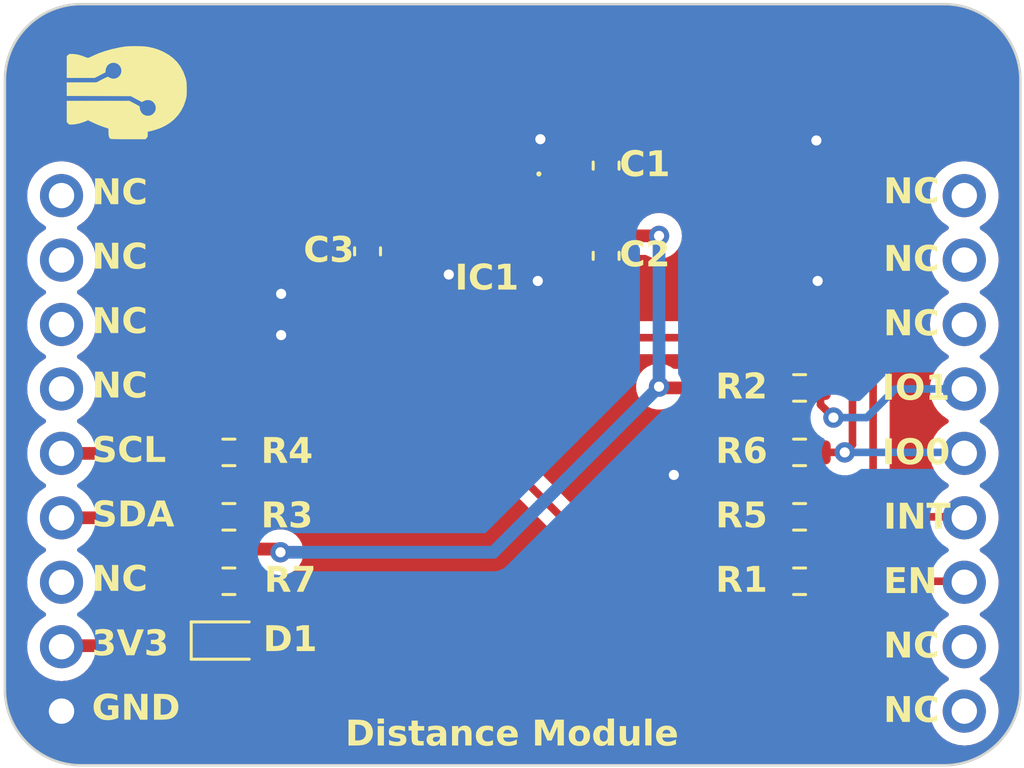
<source format=kicad_pcb>
(kicad_pcb (version 20240108) (generator "pcbnew") (generator_version "8.0")
  (layers (0 "F.Cu" signal) (31 "B.Cu" signal) (34 "B.Paste" user) (35 "F.Paste" user) (36 "B.SilkS" user "B.Silkscreen") (37 "F.SilkS" user "F.Silkscreen") (38 "B.Mask" user) (39 "F.Mask" user) (44 "Edge.Cuts" user))
  (net 0 "")
  (net 1 "+3V3")
  (net 2 "GND")
  (net 3 "Net-(D1-A)")
  (net 4 "GPIO0")
  (net 5 "INT")
  (net 6 "SCL")
  (net 7 "SDA")
  (net 8 "EN")
  (net 9 "GPIO1")
  (footprint "Capacitor_SMD:C_0603_1608Metric" (layer "F.Cu") (at 82.804 76.9112 -90)
    (property "Reference" "C3" (at 0 1.524 180) (layer "F.SilkS") (effects (font (thickness 0.15) (bold yes))))
    (property "Value" "0.1uF")
    (fp_line (start -0.14058 0.51) (end 0.14058 0.51) (stroke (width 0.12)) (layer "F.SilkS"))
    (fp_line (start -0.14058 -0.51) (end 0.14058 -0.51) (stroke (width 0.12)) (layer "F.SilkS"))
    (pad "1" smd roundrect (at -0.775 0 270) (size 0.9 0.95) (layers "F.Cu" "F.Paste" "F.Mask") (net 1 "+3V3"))
    (pad "2" smd roundrect (at 0.775 0 270) (size 0.9 0.95) (layers "F.Cu" "F.Paste" "F.Mask") (net 2 "GND"))
  )
  (footprint "TMF8820:TMF88201AM" (layer "F.Cu") (at 87.503 75.311)
    (property "Reference" "IC1" (at 0 2.6924 0) (layer "F.SilkS") (effects (font (thickness 0.254) (bold yes))))
    (property "Value" "TMF8820-1AM" (hide yes))
    (fp_line (start 2.05 -1.5) (end 2.05 -1.5) (stroke (width 0.1)) (layer "F.SilkS"))
    (fp_line (start 2.05 -1.4) (end 2.05 -1.4) (stroke (width 0.1)) (layer "F.SilkS"))
    (fp_arc (start 2.05 -1.5) (mid 2.1 -1.45) (end 2.05 -1.4) (stroke (width 0.1)) (layer "F.SilkS"))
    (fp_arc (start 2.05 -1.4) (mid 2 -1.45) (end 2.05 -1.5) (stroke (width 0.1)) (layer "F.SilkS"))
    (pad "1" smd rect (at 2.05 -0.68) (size 0.35 0.5) (layers "F.Cu" "F.Paste" "F.Mask") (net 1 "+3V3"))
    (pad "2" smd rect (at 1.23 -0.68) (size 0.35 0.5) (layers "F.Cu" "F.Paste" "F.Mask") (net 2 "GND"))
    (pad "3" smd rect (at 0.41 -0.68) (size 0.35 0.5) (layers "F.Cu" "F.Paste" "F.Mask") (net 4 "GPIO0"))
    (pad "4" smd rect (at -0.41 -0.68) (size 0.35 0.5) (layers "F.Cu" "F.Paste" "F.Mask") (net 5 "INT"))
    (pad "5" smd rect (at -1.23 -0.68) (size 0.35 0.5) (layers "F.Cu" "F.Paste" "F.Mask") (net 6 "SCL"))
    (pad "6" smd rect (at -2.05 -0.68) (size 0.35 0.5) (layers "F.Cu" "F.Paste" "F.Mask") (net 7 "SDA"))
    (pad "7" smd rect (at -2.05 0.68) (size 0.35 0.5) (layers "F.Cu" "F.Paste" "F.Mask") (net 1 "+3V3"))
    (pad "8" smd rect (at -1.23 0.68) (size 0.35 0.5) (layers "F.Cu" "F.Paste" "F.Mask") (net 2 "GND"))
    (pad "9" smd rect (at -0.41 0.68) (size 0.35 0.5) (layers "F.Cu" "F.Paste" "F.Mask") (net 8 "EN"))
    (pad "10" smd rect (at 0.41 0.68) (size 0.35 0.5) (layers "F.Cu" "F.Paste" "F.Mask") (net 9 "GPIO1"))
    (pad "11" smd rect (at 1.23 0.68) (size 0.35 0.5) (layers "F.Cu" "F.Paste" "F.Mask") (net 2 "GND"))
    (pad "12" smd rect (at 2.05 0.68) (size 0.35 0.5) (layers "F.Cu" "F.Paste" "F.Mask") (net 1 "+3V3"))
  )
  (footprint "air_module:air_module" (layer "F.Cu") (at 88.199 87.249)
    (property "Reference" "U1" (hide yes))
    (property "Value" "~")
    (fp_poly (pts (xy -14.409382 -18.424609) (xy -14.284373 -18.420345) (xy -14.172436 -18.41358) (xy -14.080802 -18.404375) (xy -14.041724 -18.398303) (xy -13.853269 -18.357149) (xy -13.683331 -18.306133) (xy -13.519369 -18.241174) (xy -13.429404 -18.199111) (xy -13.225809 -18.083691) (xy -13.047121 -17.948997) (xy -12.892918 -17.794515) (xy -12.762778 -17.619731) (xy -12.65628 -17.424131) (xy -12.573 -17.2072) (xy -12.549521 -17.127104) (xy -12.536759 -17.07492) (xy -12.527646 -17.022564) (xy -12.521606 -16.963179) (xy -12.518064 -16.889906) (xy -12.516445 -16.795888) (xy -12.51616 -16.729254) (xy -12.516471 -16.624139) (xy -12.518179 -16.54326) (xy -12.521973 -16.479269) (xy -12.528539 -16.424819) (xy -12.538566 -16.372562) (xy -12.552742 -16.315149) (xy -12.556087 -16.30258) (xy -12.629514 -16.087143) (xy -12.729163 -15.888572) (xy -12.853947 -15.707853) (xy -13.002778 -15.54597) (xy -13.174568 -15.403908) (xy -13.368231 -15.282653) (xy -13.582678 -15.183189) (xy -13.816822 -15.106501) (xy -13.899335 -15.086106) (xy -14.053347 -15.050981) (xy -14.053347 -14.949039) (xy -14.054887 -14.890965) (xy -14.061819 -14.853309) (xy -14.077607 -14.824956) (xy -14.09952 -14.800924) (xy -14.145693 -14.754751) (xy -14.822188 -14.755232) (xy -15.017354 -14.755779) (xy -15.180988 -14.757122) (xy -15.313136 -14.759262) (xy -15.413847 -14.762201) (xy -15.483171 -14.765939) (xy -15.521154 -14.770477) (xy -15.527806 -14.772641) (xy -15.563505 -14.810321) (xy -15.587341 -14.875416) (xy -15.599544 -14.968744) (xy -15.601382 -15.034623) (xy -15.601407 -15.173346) (xy -15.801123 -15.240942) (xy -15.897413 -15.275849) (xy -16.007494 -15.319396) (xy -16.117074 -15.365754) (xy -16.20292 -15.404809) (xy -16.405002 -15.50108) (xy -16.548858 -15.442837) (xy -16.738064 -15.37858) (xy -16.919457 -15.342673) (xy -17.036014 -15.334083) (xy -17.096368 -15.333393) (xy -17.134749 -15.336828) (xy -17.160749 -15.347281) (xy -17.183963 -15.367645) (xy -17.197923 -15.382892) (xy -17.244143 -15.434479) (xy -17.244143 -15.852824) (xy -17.244143 -16.271169) (xy -16.010726 -16.271169) (xy -14.77731 -16.271169) (xy -14.567601 -16.160489) (xy -14.48664 -16.117331) (xy -14.429866 -16.085528) (xy -14.393293 -16.062146) (xy -14.372934 -16.044251) (xy -14.364803 -16.028908) (xy -14.364911 -16.013181) (xy -14.365213 -16.01152) (xy -14.36356 -15.958395) (xy -14.345036 -15.893567) (xy -14.3142 -15.828542) (xy -14.27561 -15.774828) (xy -14.268562 -15.767605) (xy -14.220027 -15.731434) (xy -14.160444 -15.701004) (xy -14.138599 -15.693187) (xy -14.044845 -15.679294) (xy -13.957182 -15.692779) (xy -13.879309 -15.729553) (xy -13.814926 -15.785526) (xy -13.767732 -15.856611) (xy -13.741427 -15.938718) (xy -13.739711 -16.027758) (xy -13.761874 -16.109552) (xy -13.812507 -16.193911) (xy -13.88157 -16.255114) (xy -13.964389 -16.291555) (xy -14.056294 -16.301627) (xy -14.152611 -16.283725) (xy -14.204852 -16.261841) (xy -14.28573 -16.220921) (xy -14.505204 -16.336872) (xy -14.724678 -16.452824) (xy -15.98441 -16.457138) (xy -17.244143 -16.461453) (xy -17.244143 -16.72962) (xy -17.244143 -16.997786) (xy -16.659908 -16.997786) (xy -16.075673 -16.997786) (xy -15.84744 -17.11641) (xy -15.749428 -17.165928) (xy -15.676635 -17.199529) (xy -15.629594 -17.216985) (xy -15.608844 -17.218071) (xy -15.608333 -17.217439) (xy -15.588169 -17.200581) (xy -15.550213 -17.178859) (xy -15.532275 -17.170245) (xy -15.441144 -17.144115) (xy -15.35248 -17.145987) (xy -15.27045 -17.172316) (xy -15.19922 -17.219556) (xy -15.142957 -17.284165) (xy -15.105828 -17.362595) (xy -15.092 -17.451304) (xy -15.102599 -17.535769) (xy -15.139889 -17.622434) (xy -15.199 -17.691754) (xy -15.274232 -17.740831) (xy -15.359887 -17.766768) (xy -15.450265 -17.766666) (xy -15.518719 -17.747343) (xy -15.603564 -17.697205) (xy -15.664 -17.627479) (xy -15.700644 -17.537286) (xy -15.711338 -17.4743) (xy -15.719827 -17.390055) (xy -15.932045 -17.280799) (xy -16.144263 -17.171542) (xy -16.694203 -17.171542) (xy -17.244143 -17.171542) (xy -17.244143 -17.59925) (xy -17.244143 -18.026958) (xy -17.19797 -18.073131) (xy -17.171241 -18.097234) (xy -17.144844 -18.11106) (xy -17.108952 -18.117397) (xy -17.053736 -18.119029) (xy -17.036061 -18.119029) (xy -16.888934 -18.108389) (xy -16.737628 -18.076092) (xy -16.574707 -18.02053) (xy -16.567054 -18.017486) (xy -16.503947 -17.993107) (xy -16.450536 -17.974072) (xy -16.414495 -17.963039) (xy -16.404952 -17.961343) (xy -16.383132 -17.968004) (xy -16.339239 -17.986194) (xy -16.27941 -18.013224) (xy -16.209783 -18.046407) (xy -16.201562 -18.050428) (xy -15.977798 -18.148206) (xy -15.72745 -18.235531) (xy -15.454095 -18.311363) (xy -15.161304 -18.374665) (xy -14.977414 -18.406257) (xy -14.895512 -18.415422) (xy -14.790527 -18.421778) (xy -14.66969 -18.425387) (xy -14.540231 -18.42631)) (fill solid) (layer "F.SilkS"))
    (fp_line (start -19.68 -17.08) (end -19.68 6.92) (stroke (width 0.1)) (layer "Edge.Cuts"))
    (fp_line (start -16.68 9.92) (end 17.32 9.92) (stroke (width 0.1)) (layer "Edge.Cuts"))
    (fp_line (start 17.32 -20.08) (end -16.68 -20.08) (stroke (width 0.1)) (layer "Edge.Cuts"))
    (fp_line (start 20.32 6.92) (end 20.32 -17.08) (stroke (width 0.1)) (layer "Edge.Cuts"))
    (fp_arc (start -19.68 -17.08) (mid -18.80132 -19.20132) (end -16.68 -20.08) (stroke (width 0.1)) (layer "Edge.Cuts"))
    (fp_arc (start -16.68 9.92) (mid -18.80132 9.04132) (end -19.68 6.92) (stroke (width 0.1)) (layer "Edge.Cuts"))
    (fp_arc (start 17.32 -20.08) (mid 19.44132 -19.20132) (end 20.32 -17.08) (stroke (width 0.1)) (layer "Edge.Cuts"))
    (fp_arc (start 20.32 6.92) (mid 19.44132 9.04132) (end 17.32 9.92) (stroke (width 0.1)) (layer "Edge.Cuts"))
    (fp_text user "IO1" (at 14.864 -4.318 0) (layer "F.SilkS") (effects (font (thickness 0.2) (bold yes)) (justify left bottom)))
    (fp_text user "NC" (at 14.925 -12.065 0) (layer "F.SilkS") (effects (font (thickness 0.2) (bold yes)) (justify left bottom)))
    (fp_text user "3V3" (at -16.256 5.7544 0) (layer "F.SilkS") (effects (font (thickness 0.2) (bold yes)) (justify left bottom)))
    (fp_text user "NC" (at -16.256 -9.4856 0) (layer "F.SilkS") (effects (font (thickness 0.2) (bold yes)) (justify left bottom)))
    (fp_text user "Distance Module" (at -6.2738 9.3104 0) (layer "F.SilkS") (effects (font (thickness 0.1) (bold yes)) (justify left bottom)))
    (fp_text user "NC" (at 14.925 -6.858 0) (layer "F.SilkS") (effects (font (thickness 0.2) (bold yes)) (justify left bottom)))
    (fp_text user "NC" (at -16.256 -4.4056 0) (layer "F.SilkS") (effects (font (thickness 0.2) (bold yes)) (justify left bottom)))
    (fp_text user "SDA" (at -16.256 0.6744 0) (layer "F.SilkS") (effects (font (thickness 0.2) (bold yes)) (justify left bottom)))
    (fp_text user "IO0" (at 14.864 -1.778 0) (layer "F.SilkS") (effects (font (thickness 0.2) (bold yes)) (justify left bottom)))
    (fp_text user "NC" (at 14.925 -9.398 0) (layer "F.SilkS") (effects (font (thickness 0.2) (bold yes)) (justify left bottom)))
    (fp_text user "INT" (at 14.925 0.762 0) (layer "F.SilkS") (effects (font (thickness 0.2) (bold yes)) (justify left bottom)))
    (fp_text user "NC" (at 14.925 5.842 0) (layer "F.SilkS") (effects (font (thickness 0.2) (bold yes)) (justify left bottom)))
    (fp_text user "EN" (at 14.925 3.302 0) (layer "F.SilkS") (effects (font (thickness 0.2) (bold yes)) (justify left bottom)))
    (fp_text user "NC" (at -16.256 3.2144 0) (layer "F.SilkS") (effects (font (thickness 0.2) (bold yes)) (justify left bottom)))
    (fp_text user "GND" (at -16.256 8.2944 0) (layer "F.SilkS") (effects (font (thickness 0.2) (bold yes)) (justify left bottom)))
    (fp_text user "NC" (at 14.925 8.382 0) (layer "F.SilkS") (effects (font (thickness 0.2) (bold yes)) (justify left bottom)))
    (fp_text user "NC" (at -16.256 -12.0256 0) (layer "F.SilkS") (effects (font (thickness 0.2) (bold yes)) (justify left bottom)))
    (fp_text user "NC" (at -16.256 -6.9456 0) (layer "F.SilkS") (effects (font (thickness 0.2) (bold yes)) (justify left bottom)))
    (fp_text user "SCL" (at -16.256 -1.8656 0) (layer "F.SilkS") (effects (font (thickness 0.2) (bold yes)) (justify left bottom)))
    (pad "1" thru_hole oval (at -17.4498 -12.5336) (size 1.7 1.7) (drill 1) (layers "*.Cu" "*.Mask"))
    (pad "2" thru_hole oval (at -17.4498 -9.9936) (size 1.7 1.7) (drill 1) (layers "*.Cu" "*.Mask"))
    (pad "3" thru_hole oval (at -17.4498 -7.4536) (size 1.7 1.7) (drill 1) (layers "*.Cu" "*.Mask"))
    (pad "4" thru_hole oval (at -17.4498 -4.9136) (size 1.7 1.7) (drill 1) (layers "*.Cu" "*.Mask"))
    (pad "5" thru_hole oval (at -17.4498 -2.3736) (size 1.7 1.7) (drill 1) (layers "*.Cu" "*.Mask") (net 6 "SCL"))
    (pad "6" thru_hole oval (at -17.4498 0.1664) (size 1.7 1.7) (drill 1) (layers "*.Cu" "*.Mask") (net 7 "SDA"))
    (pad "7" thru_hole oval (at -17.4498 2.7064) (size 1.7 1.7) (drill 1) (layers "*.Cu" "*.Mask"))
    (pad "8" thru_hole oval (at -17.4498 5.2464) (size 1.7 1.7) (drill 1) (layers "*.Cu" "*.Mask") (net 1 "+3V3"))
    (pad "9" thru_hole oval (at -17.4498 7.7864) (size 1.7 1.7) (drill 1) (layers "*.Cu" "*.Mask") (net 2 "GND"))
    (pad "10" thru_hole oval (at 18.1102 7.7864) (size 1.7 1.7) (drill 1) (layers "*.Cu" "*.Mask"))
    (pad "11" thru_hole oval (at 18.1102 5.2464) (size 1.7 1.7) (drill 1) (layers "*.Cu" "*.Mask"))
    (pad "12" thru_hole oval (at 18.1102 2.7064) (size 1.7 1.7) (drill 1) (layers "*.Cu" "*.Mask") (net 8 "EN"))
    (pad "13" thru_hole oval (at 18.1102 0.1664) (size 1.7 1.7) (drill 1) (layers "*.Cu" "*.Mask") (net 5 "INT"))
    (pad "14" thru_hole oval (at 18.1102 -2.3736) (size 1.7 1.7) (drill 1) (layers "*.Cu" "*.Mask") (net 4 "GPIO0"))
    (pad "15" thru_hole oval (at 18.1102 -4.9136) (size 1.7 1.7) (drill 1) (layers "*.Cu" "*.Mask") (net 9 "GPIO1"))
    (pad "16" thru_hole oval (at 18.1102 -7.4536) (size 1.7 1.7) (drill 1) (layers "*.Cu" "*.Mask"))
    (pad "17" thru_hole oval (at 18.1102 -9.9936) (size 1.7 1.7) (drill 1) (layers "*.Cu" "*.Mask"))
    (pad "18" thru_hole oval (at 18.1102 -12.5336) (size 1.7 1.7) (drill 1) (layers "*.Cu" "*.Mask"))
  )
  (footprint "Resistor_SMD:R_0603_1608Metric" (layer "F.Cu") (at 77.343 89.916)
    (property "Reference" "R7" (at 2.413 0 0) (layer "F.SilkS") (effects (font (thickness 0.15) (bold yes))))
    (property "Value" "470r")
    (fp_line (start -0.237258 -0.5225) (end 0.237258 -0.5225) (stroke (width 0.12)) (layer "F.SilkS"))
    (fp_line (start -0.237258 0.5225) (end 0.237258 0.5225) (stroke (width 0.12)) (layer "F.SilkS"))
    (pad "1" smd roundrect (at -0.825 0) (size 0.8 0.95) (layers "F.Cu" "F.Paste" "F.Mask") (net 1 "+3V3"))
    (pad "2" smd roundrect (at 0.825 0) (size 0.8 0.95) (layers "F.Cu" "F.Paste" "F.Mask") (net 3 "Net-(D1-A)"))
  )
  (footprint "Resistor_SMD:R_0603_1608Metric" (layer "F.Cu") (at 99.822 84.836)
    (property "Reference" "R6" (at -2.286 0 0) (layer "F.SilkS") (effects (font (thickness 0.15) (bold yes))))
    (property "Value" "10k")
    (fp_line (start -0.237258 -0.5225) (end 0.237258 -0.5225) (stroke (width 0.12)) (layer "F.SilkS"))
    (fp_line (start -0.237258 0.5225) (end 0.237258 0.5225) (stroke (width 0.12)) (layer "F.SilkS"))
    (pad "1" smd roundrect (at -0.825 0) (size 0.8 0.95) (layers "F.Cu" "F.Paste" "F.Mask") (net 1 "+3V3"))
    (pad "2" smd roundrect (at 0.825 0) (size 0.8 0.95) (layers "F.Cu" "F.Paste" "F.Mask") (net 4 "GPIO0"))
  )
  (footprint "Resistor_SMD:R_0603_1608Metric" (layer "F.Cu") (at 77.343 87.376 180)
    (property "Reference" "R3" (at -2.286 0 0) (layer "F.SilkS") (effects (font (thickness 0.15) (bold yes))))
    (property "Value" "4.7k")
    (fp_line (start -0.237258 0.5225) (end 0.237258 0.5225) (stroke (width 0.12)) (layer "F.SilkS"))
    (fp_line (start -0.237258 -0.5225) (end 0.237258 -0.5225) (stroke (width 0.12)) (layer "F.SilkS"))
    (pad "1" smd roundrect (at -0.825 0 180) (size 0.8 0.95) (layers "F.Cu" "F.Paste" "F.Mask") (net 1 "+3V3"))
    (pad "2" smd roundrect (at 0.825 0 180) (size 0.8 0.95) (layers "F.Cu" "F.Paste" "F.Mask") (net 7 "SDA"))
  )
  (footprint "Resistor_SMD:R_0603_1608Metric" (layer "F.Cu") (at 99.822 87.376)
    (property "Reference" "R5" (at -2.286 0 0) (layer "F.SilkS") (effects (font (thickness 0.15) (bold yes))))
    (property "Value" "10k")
    (fp_line (start -0.237258 -0.5225) (end 0.237258 -0.5225) (stroke (width 0.12)) (layer "F.SilkS"))
    (fp_line (start -0.237258 0.5225) (end 0.237258 0.5225) (stroke (width 0.12)) (layer "F.SilkS"))
    (pad "1" smd roundrect (at -0.825 0) (size 0.8 0.95) (layers "F.Cu" "F.Paste" "F.Mask") (net 1 "+3V3"))
    (pad "2" smd roundrect (at 0.825 0) (size 0.8 0.95) (layers "F.Cu" "F.Paste" "F.Mask") (net 5 "INT"))
  )
  (footprint "Capacitor_SMD:C_0603_1608Metric" (layer "F.Cu") (at 92.202 73.533 90)
    (property "Reference" "C1" (at 0 1.524 180) (layer "F.SilkS") (effects (font (thickness 0.15) (bold yes))))
    (property "Value" "0.1uF")
    (fp_line (start -0.14058 -0.51) (end 0.14058 -0.51) (stroke (width 0.12)) (layer "F.SilkS"))
    (fp_line (start -0.14058 0.51) (end 0.14058 0.51) (stroke (width 0.12)) (layer "F.SilkS"))
    (pad "1" smd roundrect (at -0.775 0 90) (size 0.9 0.95) (layers "F.Cu" "F.Paste" "F.Mask") (net 1 "+3V3"))
    (pad "2" smd roundrect (at 0.775 0 90) (size 0.9 0.95) (layers "F.Cu" "F.Paste" "F.Mask") (net 2 "GND"))
  )
  (footprint "Resistor_SMD:R_0603_1608Metric" (layer "F.Cu") (at 99.822 82.296)
    (property "Reference" "R2" (at -2.286 0 0) (layer "F.SilkS") (effects (font (thickness 0.15) (bold yes))))
    (property "Value" "10k")
    (fp_line (start -0.237258 -0.5225) (end 0.237258 -0.5225) (stroke (width 0.12)) (layer "F.SilkS"))
    (fp_line (start -0.237258 0.5225) (end 0.237258 0.5225) (stroke (width 0.12)) (layer "F.SilkS"))
    (pad "1" smd roundrect (at -0.825 0) (size 0.8 0.95) (layers "F.Cu" "F.Paste" "F.Mask") (net 1 "+3V3"))
    (pad "2" smd roundrect (at 0.825 0) (size 0.8 0.95) (layers "F.Cu" "F.Paste" "F.Mask") (net 9 "GPIO1"))
  )
  (footprint "Resistor_SMD:R_0603_1608Metric" (layer "F.Cu") (at 99.822 89.916)
    (property "Reference" "R1" (at -2.286 0 0) (layer "F.SilkS") (effects (font (thickness 0.15) (bold yes))))
    (property "Value" "10k")
    (fp_line (start -0.237258 -0.5225) (end 0.237258 -0.5225) (stroke (width 0.12)) (layer "F.SilkS"))
    (fp_line (start -0.237258 0.5225) (end 0.237258 0.5225) (stroke (width 0.12)) (layer "F.SilkS"))
    (pad "1" smd roundrect (at -0.825 0) (size 0.8 0.95) (layers "F.Cu" "F.Paste" "F.Mask") (net 1 "+3V3"))
    (pad "2" smd roundrect (at 0.825 0) (size 0.8 0.95) (layers "F.Cu" "F.Paste" "F.Mask") (net 8 "EN"))
  )
  (footprint "LED_SMD:LED_0603_1608Metric" (layer "F.Cu") (at 77.343 92.2528)
    (property "Reference" "D1" (at 2.413 0 0) (layer "F.SilkS") (effects (font (thickness 0.16) (bold yes))))
    (property "Value" "LED")
    (fp_line (start -1.485 -0.735) (end -1.485 0.735) (stroke (width 0.12)) (layer "F.SilkS"))
    (fp_line (start -1.485 0.735) (end 0.8 0.735) (stroke (width 0.12)) (layer "F.SilkS"))
    (fp_line (start 0.8 -0.735) (end -1.485 -0.735) (stroke (width 0.12)) (layer "F.SilkS"))
    (pad "1" smd roundrect (at -0.7875 0) (size 0.875 0.95) (layers "F.Cu" "F.Paste" "F.Mask") (net 2 "GND"))
    (pad "2" smd roundrect (at 0.7875 0) (size 0.875 0.95) (layers "F.Cu" "F.Paste" "F.Mask") (net 3 "Net-(D1-A)"))
  )
  (footprint "Capacitor_SMD:C_0603_1608Metric" (layer "F.Cu") (at 92.202 77.089 -90)
    (property "Reference" "C2" (at 0 -1.524 180) (layer "F.SilkS") (effects (font (thickness 0.15) (bold yes))))
    (property "Value" "0.1uF")
    (fp_line (start -0.14058 0.51) (end 0.14058 0.51) (stroke (width 0.12)) (layer "F.SilkS"))
    (fp_line (start -0.14058 -0.51) (end 0.14058 -0.51) (stroke (width 0.12)) (layer "F.SilkS"))
    (pad "1" smd roundrect (at -0.775 0 270) (size 0.9 0.95) (layers "F.Cu" "F.Paste" "F.Mask") (net 1 "+3V3"))
    (pad "2" smd roundrect (at 0.775 0 270) (size 0.9 0.95) (layers "F.Cu" "F.Paste" "F.Mask") (net 2 "GND"))
  )
  (footprint "Resistor_SMD:R_0603_1608Metric" (layer "F.Cu") (at 77.343 84.836 180)
    (property "Reference" "R4" (at -2.286 0 0) (layer "F.SilkS") (effects (font (thickness 0.15) (bold yes))))
    (property "Value" "4.7k")
    (fp_line (start -0.237258 0.5225) (end 0.237258 0.5225) (stroke (width 0.12)) (layer "F.SilkS"))
    (fp_line (start -0.237258 -0.5225) (end 0.237258 -0.5225) (stroke (width 0.12)) (layer "F.SilkS"))
    (pad "1" smd roundrect (at -0.825 0 180) (size 0.8 0.95) (layers "F.Cu" "F.Paste" "F.Mask") (net 1 "+3V3"))
    (pad "2" smd roundrect (at 0.825 0 180) (size 0.8 0.95) (layers "F.Cu" "F.Paste" "F.Mask") (net 6 "SCL"))
  )
  (segment (start 92.2144 76.3016) (end 92.202 76.314) (width 0.5) (layer "F.Cu") (net 1))
  (segment (start 78.168 88.646) (end 78.168 87.376) (width 0.5) (layer "F.Cu") (net 1))
  (segment (start 76.835 88.646) (end 76.518 88.963) (width 0.5) (layer "F.Cu") (net 1))
  (segment (start 79.375 88.773) (end 79.248 88.646) (width 0.5) (layer "F.Cu") (net 1))
  (segment (start 70.739 92.456) (end 72.644 92.456) (width 0.5) (layer "F.Cu") (net 1))
  (segment (start 79.248 88.646) (end 78.168 88.646) (width 0.5) (layer "F.Cu") (net 1))
  (segment (start 89.553 75.991) (end 90.215 75.991) (width 0.3) (layer "F.Cu") (net 1))
  (segment (start 82.804 76.1362) (end 80.1754 76.1362) (width 0.5) (layer "F.Cu") (net 1))
  (segment (start 72.644 92.456) (end 75.184 89.916) (width 0.5) (layer "F.Cu") (net 1))
  (segment (start 80.1754 76.1362) (end 78.168 78.1436) (width 0.5) (layer "F.Cu") (net 1))
  (segment (start 90.5256 76.3016) (end 92.1896 76.3016) (width 0.3) (layer "F.Cu") (net 1))
  (segment (start 79.248 88.646) (end 76.835 88.646) (width 0.5) (layer "F.Cu") (net 1))
  (segment (start 78.168 87.376) (end 78.168 84.836) (width 0.5) (layer "F.Cu") (net 1))
  (segment (start 90.5888 74.308) (end 92.202 74.308) (width 0.3) (layer "F.Cu") (net 1))
  (segment (start 89.553 74.631) (end 90.2658 74.631) (width 0.3) (layer "F.Cu") (net 1))
  (segment (start 92.202 76.314) (end 92.202 74.308) (width 0.5) (layer "F.Cu") (net 1))
  (segment (start 98.997 87.376) (end 98.997 89.916) (width 0.5) (layer "F.Cu") (net 1))
  (segment (start 75.184 89.916) (end 76.581 89.916) (width 0.5) (layer "F.Cu") (net 1))
  (segment (start 82.804 76.1362) (end 82.9492 75.991) (width 0.3) (layer "F.Cu") (net 1))
  (segment (start 75.184 89.916) (end 76.518 89.916) (width 0.5) (layer "F.Cu") (net 1))
  (segment (start 98.997 82.296) (end 98.997 87.376) (width 0.5) (layer "F.Cu") (net 1))
  (segment (start 82.9492 75.991) (end 85.453 75.991) (width 0.3) (layer "F.Cu") (net 1))
  (segment (start 76.518 88.963) (end 76.518 89.916) (width 0.5) (layer "F.Cu") (net 1))
  (segment (start 90.2658 74.631) (end 90.5888 74.308) (width 0.3) (layer "F.Cu") (net 1))
  (segment (start 94.3356 82.296) (end 98.997 82.296) (width 0.5) (layer "F.Cu") (net 1))
  (segment (start 94.2848 82.2452) (end 94.3356 82.296) (width 0.5) (layer "F.Cu") (net 1))
  (segment (start 92.1896 76.3016) (end 92.202 76.314) (width 0.3) (layer "F.Cu") (net 1))
  (segment (start 90.215 75.991) (end 90.5256 76.3016) (width 0.3) (layer "F.Cu") (net 1))
  (segment (start 78.168 78.1436) (end 78.168 84.836) (width 0.5) (layer "F.Cu") (net 1))
  (segment (start 94.2848 76.3016) (end 92.2144 76.3016) (width 0.5) (layer "F.Cu") (net 1))
  (via (at 94.2848 82.2452) (size 0.8) (drill 0.4) (layers "F.Cu" "B.Cu") (net 1))
  (via (at 79.375 88.773) (size 0.8) (drill 0.4) (layers "F.Cu" "B.Cu") (net 1))
  (via (at 94.2848 76.3016) (size 0.8) (drill 0.4) (layers "F.Cu" "B.Cu") (net 1))
  (segment (start 87.757 88.773) (end 94.2848 82.2452) (width 0.5) (layer "B.Cu") (net 1))
  (segment (start 94.2848 82.2452) (end 94.2848 76.3016) (width 0.5) (layer "B.Cu") (net 1))
  (segment (start 79.375 88.773) (end 87.757 88.773) (width 0.5) (layer "B.Cu") (net 1))
  (via (at 89.5096 78.0796) (size 0.8) (drill 0.4) (layers "F.Cu" "B.Cu") (net 2))
  (via (at 79.4004 78.5876) (size 0.8) (drill 0.4) (layers "F.Cu" "B.Cu") (net 2))
  (via (at 79.4004 80.2132) (size 0.8) (drill 0.4) (layers "F.Cu" "B.Cu") (net 2))
  (via (at 100.4824 72.5424) (size 0.8) (drill 0.4) (layers "F.Cu" "B.Cu") (net 2))
  (via (at 89.6112 72.4916) (size 0.8) (drill 0.4) (layers "F.Cu" "B.Cu") (net 2))
  (via (at 86.0044 77.8256) (size 0.8) (drill 0.4) (layers "F.Cu" "B.Cu") (net 2))
  (via (at 94.869 85.725) (size 0.8) (drill 0.4) (layers "F.Cu" "B.Cu") (net 2))
  (via (at 100.5332 78.0796) (size 0.8) (drill 0.4) (layers "F.Cu" "B.Cu") (net 2))
  (segment (start 78.168 92.2153) (end 78.1305 92.2528) (width 0.5) (layer "F.Cu") (net 3))
  (segment (start 78.168 89.916) (end 78.168 92.2153) (width 0.5) (layer "F.Cu") (net 3))
  (segment (start 101.6 84.836) (end 100.647 84.836) (width 0.3) (layer "F.Cu") (net 4))
  (segment (start 101.9048 72.2884) (end 101.9048 84.5312) (width 0.3) (layer "F.Cu") (net 4))
  (segment (start 101.9048 84.5312) (end 101.6 84.836) (width 0.3) (layer "F.Cu") (net 4))
  (segment (start 89.2048 71.3232) (end 100.9396 71.3232) (width 0.3) (layer "F.Cu") (net 4))
  (segment (start 87.913 74.631) (end 87.913 72.615) (width 0.3) (layer "F.Cu") (net 4))
  (segment (start 100.9396 71.3232) (end 101.9048 72.2884) (width 0.3) (layer "F.Cu") (net 4))
  (segment (start 87.913 72.615) (end 89.2048 71.3232) (width 0.3) (layer "F.Cu") (net 4))
  (via (at 101.6 84.836) (size 0.8) (drill 0.4) (layers "F.Cu" "B.Cu") (net 4))
  (segment (start 101.6 84.836) (end 106.2698 84.836) (width 0.3) (layer "B.Cu") (net 4))
  (segment (start 106.2698 84.836) (end 106.3092 84.8754) (width 0.3) (layer "B.Cu") (net 4))
  (segment (start 87.093 74.631) (end 87.093 72.2158) (width 0.3) (layer "F.Cu") (net 5))
  (segment (start 106.2698 87.376) (end 106.3092 87.4154) (width 0.3) (layer "F.Cu") (net 5))
  (segment (start 102.1588 87.376) (end 101.6508 87.376) (width 0.3) (layer "F.Cu") (net 5))
  (segment (start 102.7176 72.0852) (end 102.7176 86.8172) (width 0.3) (layer "F.Cu") (net 5))
  (segment (start 87.093 72.2158) (end 88.4936 70.8152) (width 0.3) (layer "F.Cu") (net 5))
  (segment (start 101.6508 87.376) (end 100.647 87.376) (width 0.3) (layer "F.Cu") (net 5))
  (segment (start 101.6508 87.376) (end 106.2698 87.376) (width 0.3) (layer "F.Cu") (net 5))
  (segment (start 101.4476 70.8152) (end 102.7176 72.0852) (width 0.3) (layer "F.Cu") (net 5))
  (segment (start 88.4936 70.8152) (end 101.4476 70.8152) (width 0.3) (layer "F.Cu") (net 5))
  (segment (start 102.7176 86.8172) (end 102.1588 87.376) (width 0.3) (layer "F.Cu") (net 5))
  (segment (start 86.273 74.631) (end 86.273 74.081) (width 0.3) (layer "F.Cu") (net 6))
  (segment (start 86.273 74.081) (end 85.9028 73.7108) (width 0.3) (layer "F.Cu") (net 6))
  (segment (start 70.7784 84.8754) (end 76.4786 84.8754) (width 0.5) (layer "F.Cu") (net 6))
  (segment (start 76.4786 84.8754) (end 76.518 84.836) (width 0.5) (layer "F.Cu") (net 6))
  (segment (start 85.9028 73.7108) (end 79.4512 73.7108) (width 0.3) (layer "F.Cu") (net 6))
  (segment (start 79.4512 73.7108) (end 76.518 76.644) (width 0.3) (layer "F.Cu") (net 6))
  (segment (start 76.518 76.644) (end 76.518 84.836) (width 0.3) (layer "F.Cu") (net 6))
  (segment (start 70.739 84.836) (end 70.7784 84.8754) (width 0.5) (layer "F.Cu") (net 6))
  (segment (start 76.518 86.7024) (end 76.518 87.376) (width 0.3) (layer "F.Cu") (net 7))
  (segment (start 85.453 74.631) (end 79.8518 74.631) (width 0.3) (layer "F.Cu") (net 7))
  (segment (start 79.8518 74.631) (end 77.3176 77.1652) (width 0.3) (layer "F.Cu") (net 7))
  (segment (start 76.518 87.376) (end 76.4786 87.4154) (width 0.5) (layer "F.Cu") (net 7))
  (segment (start 70.7784 87.4154) (end 70.739 87.376) (width 0.5) (layer "F.Cu") (net 7))
  (segment (start 77.3176 77.1652) (end 77.3176 85.9028) (width 0.3) (layer "F.Cu") (net 7))
  (segment (start 76.4786 87.4154) (end 70.7784 87.4154) (width 0.5) (layer "F.Cu") (net 7))
  (segment (start 77.3176 85.9028) (end 76.518 86.7024) (width 0.3) (layer "F.Cu") (net 7))
  (segment (start 100.647 89.916) (end 106.2698 89.916) (width 0.3) (layer "F.Cu") (net 8))
  (segment (start 87.093 84.045) (end 94.2594 91.2114) (width 0.3) (layer "F.Cu") (net 8))
  (segment (start 100.647 90.8436) (end 100.647 89.916) (width 0.3) (layer "F.Cu") (net 8))
  (segment (start 87.093 75.991) (end 87.093 84.045) (width 0.3) (layer "F.Cu") (net 8))
  (segment (start 100.2792 91.2114) (end 100.647 90.8436) (width 0.3) (layer "F.Cu") (net 8))
  (segment (start 94.2594 91.2114) (end 100.2792 91.2114) (width 0.3) (layer "F.Cu") (net 8))
  (segment (start 106.2698 89.916) (end 106.3092 89.9554) (width 0.3) (layer "F.Cu") (net 8))
  (segment (start 87.913 79.0738) (end 89.154 80.3148) (width 0.3) (layer "F.Cu") (net 9))
  (segment (start 87.913 75.991) (end 87.913 79.0738) (width 0.3) (layer "F.Cu") (net 9))
  (segment (start 101.1553 83.4644) (end 100.647 82.9561) (width 0.3) (layer "F.Cu") (net 9))
  (segment (start 99.8728 80.3148) (end 100.647 81.089) (width 0.3) (layer "F.Cu") (net 9))
  (segment (start 100.647 81.089) (end 100.647 82.296) (width 0.3) (layer "F.Cu") (net 9))
  (segment (start 100.647 82.9561) (end 100.647 82.296) (width 0.3) (layer "F.Cu") (net 9))
  (segment (start 89.154 80.3148) (end 99.8728 80.3148) (width 0.3) (layer "F.Cu") (net 9))
  (via (at 101.1553 83.4644) (size 0.8) (drill 0.4) (layers "F.Cu" "B.Cu") (net 9))
  (segment (start 102.4636 83.4644) (end 103.5926 82.3354) (width 0.3) (layer "B.Cu") (net 9))
  (segment (start 103.5926 82.3354) (end 106.2596 82.3354) (width 0.3) (layer "B.Cu") (net 9))
  (segment (start 106.2596 82.3354) (end 106.299 82.296) (width 0.3) (layer "B.Cu") (net 9))
  (segment (start 101.1553 83.4644) (end 102.4636 83.4644) (width 0.3) (layer "B.Cu") (net 9))
  (zone (net 2) (net_name "GND") (layers "F&B.Cu") (priority 3) (connect_pads yes (clearance 0.5)) (min_thickness 0.2) (fill yes (thermal_gap 0.5) (thermal_bridge_width 0.5))
    (polygon (pts (xy 68.326 67.0052) (xy 108.6612 67.0052) (xy 108.6612 97.282) (xy 68.326 97.282)))
  )
)
</source>
